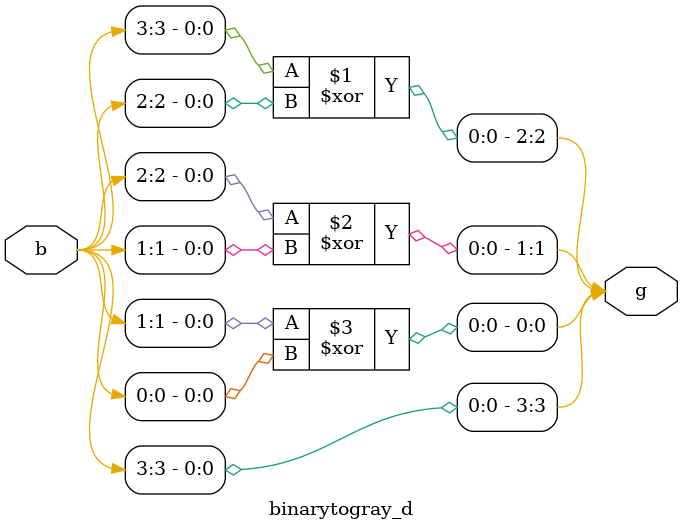
<source format=v>
`timescale 1ns / 1ps


module binarytogray_d(
    input [3:0] b,
    output [3:0] g
    );
    
    assign g[3] = b[3];
    assign g[2] = b[3] ^ b[2];
    assign g[1] = b[2] ^ b[1];
    assign g[0] = b[1] ^ b[0];
    
endmodule

</source>
